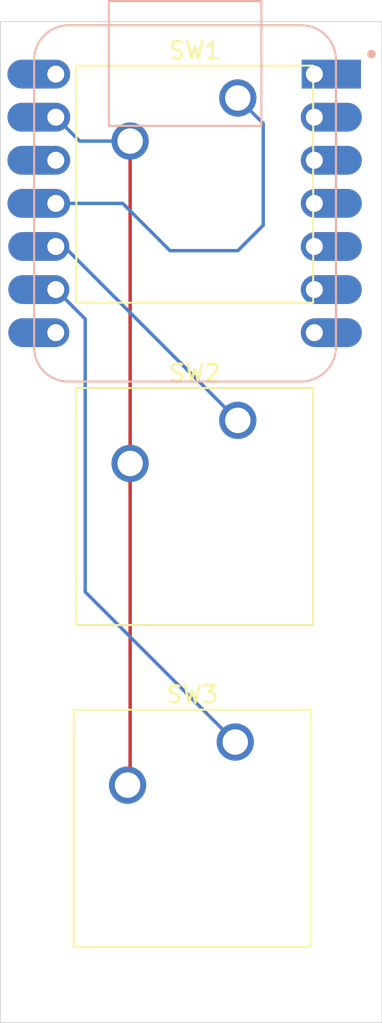
<source format=kicad_pcb>
(kicad_pcb (version 20241229) (generator "pcbnew") (generator_version "9.0")
  (layers (0 "F.Cu" signal) (2 "B.Cu" signal) (13 "F.Paste" user) (15 "B.Paste" user) (5 "F.SilkS" user "F.Silkscreen") (7 "B.SilkS" user "B.Silkscreen") (1 "F.Mask" user) (3 "B.Mask" user) (25 "Edge.Cuts" user))
  (net 0 "")
  (net 1 "GND")
  (net 2 "Net-(U1-PA6_A10_D10_MOSI)")
  (net 3 "Net-(U1-PA5_A9_D9_MISO)")
  (net 4 "Net-(U1-PA7_A8_D8_SCK)")
  (net 10 "unconnected-(U1-PA4_A1_D1-Pad2)")
  (net 12 "unconnected-(U1-PA9_A5_D5_SCL-Pad6)")
  (footprint "Button_Switch_Keyboard:SW_Cherry_MX_1.00u_Plate" (layer "F.Cu") (at 161 49)
    (property "Reference" "SW2" (at -2.54 -2.794 0) (layer "F.SilkS"))
    (property "Value" "SW_Push")
    (fp_line (start -9.525 -1.905) (end 4.445 -1.905) (stroke (width 0.12)) (layer "F.SilkS"))
    (fp_line (start -9.525 12.065) (end -9.525 -1.905) (stroke (width 0.12)) (layer "F.SilkS"))
    (fp_line (start 4.445 -1.905) (end 4.445 12.065) (stroke (width 0.12)) (layer "F.SilkS"))
    (fp_line (start 4.445 12.065) (end -9.525 12.065) (stroke (width 0.12)) (layer "F.SilkS"))
    (pad "" np_thru_hole circle (at -2.54 5.08) (size 4 4) (drill 4) (layers "*.Cu" "*.Mask"))
    (pad "1" thru_hole circle (at 0 0) (size 2.2 2.2) (drill 1.5) (layers "*.Cu" "*.Mask") (net 3 "Net-(U1-PA5_A9_D9_MISO)"))
    (pad "2" thru_hole circle (at -6.35 2.54) (size 2.2 2.2) (drill 1.5) (layers "*.Cu" "*.Mask") (net 1 "GND"))
  )
  (footprint "Button_Switch_Keyboard:SW_Cherry_MX_1.00u_Plate" (layer "F.Cu") (at 161 30)
    (property "Reference" "SW1" (at -2.54 -2.794 0) (layer "F.SilkS"))
    (property "Value" "SW_Push")
    (fp_line (start -9.525 -1.905) (end 4.445 -1.905) (stroke (width 0.12)) (layer "F.SilkS"))
    (fp_line (start -9.525 12.065) (end -9.525 -1.905) (stroke (width 0.12)) (layer "F.SilkS"))
    (fp_line (start 4.445 -1.905) (end 4.445 12.065) (stroke (width 0.12)) (layer "F.SilkS"))
    (fp_line (start 4.445 12.065) (end -9.525 12.065) (stroke (width 0.12)) (layer "F.SilkS"))
    (pad "" np_thru_hole circle (at -2.54 5.08) (size 4 4) (drill 4) (layers "*.Cu" "*.Mask"))
    (pad "1" thru_hole circle (at 0 0) (size 2.2 2.2) (drill 1.5) (layers "*.Cu" "*.Mask") (net 2 "Net-(U1-PA6_A10_D10_MOSI)"))
    (pad "2" thru_hole circle (at -6.35 2.54) (size 2.2 2.2) (drill 1.5) (layers "*.Cu" "*.Mask") (net 1 "GND"))
  )
  (footprint "Button_Switch_Keyboard:SW_Cherry_MX_1.00u_Plate" (layer "F.Cu") (at 160.85 67.96)
    (property "Reference" "SW3" (at -2.54 -2.794 0) (layer "F.SilkS"))
    (property "Value" "SW_Push" (hide yes))
    (fp_line (start -9.525 -1.905) (end 4.445 -1.905) (stroke (width 0.12)) (layer "F.SilkS"))
    (fp_line (start -9.525 12.065) (end -9.525 -1.905) (stroke (width 0.12)) (layer "F.SilkS"))
    (fp_line (start 4.445 -1.905) (end 4.445 12.065) (stroke (width 0.12)) (layer "F.SilkS"))
    (fp_line (start 4.445 12.065) (end -9.525 12.065) (stroke (width 0.12)) (layer "F.SilkS"))
    (pad "" np_thru_hole circle (at -2.54 5.08) (size 4 4) (drill 4) (layers "*.Cu" "*.Mask"))
    (pad "1" thru_hole circle (at 0 0) (size 2.2 2.2) (drill 1.5) (layers "*.Cu" "*.Mask") (net 4 "Net-(U1-PA7_A8_D8_SCK)"))
    (pad "2" thru_hole circle (at -6.35 2.54) (size 2.2 2.2) (drill 1.5) (layers "*.Cu" "*.Mask") (net 1 "GND"))
  )
  (footprint "footprints:XIAO-Generic-Hybrid-14P-2.54-21X17.8MM" (layer "B.Cu") (at 157.8895 36.212015 180)
    (property "Reference" "U1" (hide yes))
    (property "Value" "MOUDLE-SEEEDUINO-XIAO" (hide yes))
    (fp_line (start 8.9 -8.5) (end 8.9 8.5) (stroke (width 0.127)) (layer "B.SilkS"))
    (fp_line (start 6.9 10.49909) (end -6.9 10.49909) (stroke (width 0.127)) (layer "B.SilkS"))
    (fp_line (start 4.5 11.92403) (end 4.5 4.57073) (stroke (width 0.127)) (layer "B.SilkS"))
    (fp_line (start 4.5 4.57073) (end -4.5 4.57073) (stroke (width 0.127)) (layer "B.SilkS"))
    (fp_line (start -4.5 11.92403) (end 4.5 11.92403) (stroke (width 0.127)) (layer "B.SilkS"))
    (fp_line (start -4.5 4.57073) (end -4.5 11.92403) (stroke (width 0.127)) (layer "B.SilkS"))
    (fp_line (start -6.9 -10.5) (end 6.9 -10.5) (stroke (width 0.127)) (layer "B.SilkS"))
    (fp_line (start -8.9 8.5) (end -8.9 -8.5) (stroke (width 0.127)) (layer "B.SilkS"))
    (fp_arc (start 8.9 8.5) (mid 8.301492 9.901492) (end 6.9 10.5) (stroke (width 0.12)) (layer "B.SilkS"))
    (fp_arc (start 6.9 -10.5) (mid 8.314214 -9.914214) (end 8.9 -8.5) (stroke (width 0.12)) (layer "B.SilkS"))
    (fp_arc (start -6.9 10.5) (mid -8.301491 9.901491) (end -8.9 8.5) (stroke (width 0.12)) (layer "B.SilkS"))
    (fp_arc (start -8.9 -8.5) (mid -8.301423 -9.901423) (end -6.9 -10.5) (stroke (width 0.12)) (layer "B.SilkS"))
    (fp_circle (center -11 8.8) (end -11 9.054) (fill yes) (layer "B.SilkS"))
    (fp_poly (pts (xy -8.887715 8.561705) (xy -8.884667 8.610473) (xy -8.880603 8.659494)) (stroke (width 0.0254)) (fill no) (layer "B.SilkS"))
    (fp_poly (pts (xy 8.889492 -8.521574) (xy 8.887713 -8.57085) (xy 8.884665 -8.619618) (xy 8.880601 -8.668639) (xy 8.875268 -8.717407) (xy 8.868664 -8.766175) (xy 8.861044 -8.81469) (xy 8.852153 -8.86295) (xy 8.842248 -8.910955)) (stroke (width 0.0254)) (fill no) (layer "B.SilkS"))
    (pad "1" thru_hole rect (at -7.625 7.62 180) (size 3.5 1.7) (drill 1 (offset -1 0)) (layers "*.Cu" "*.Mask"))
    (pad "2" thru_hole oval (at -7.625 5.08 180) (size 3.6 1.7) (drill 1 (offset -1 0)) (layers "*.Cu" "*.Mask") (net 10 "unconnected-(U1-PA4_A1_D1-Pad2)"))
    (pad "3" thru_hole oval (at -7.625 2.54 180) (size 3.6 1.7) (drill 1 (offset -1 0)) (layers "*.Cu" "*.Mask"))
    (pad "4" thru_hole oval (at -7.625 0 180) (size 3.6 1.7) (drill 1 (offset -1 0)) (layers "*.Cu" "*.Mask"))
    (pad "5" thru_hole oval (at -7.625 -2.54 180) (size 3.6 1.7) (drill 1 (offset -1 0)) (layers "*.Cu" "*.Mask"))
    (pad "6" thru_hole oval (at -7.625 -5.08) (size 3.6 1.7) (drill 1 (offset 1 0)) (layers "*.Cu" "*.Mask") (net 12 "unconnected-(U1-PA9_A5_D5_SCL-Pad6)"))
    (pad "7" thru_hole oval (at -7.625 -7.62 180) (size 3.6 1.7) (drill 1 (offset -1 0)) (layers "*.Cu" "*.Mask"))
    (pad "8" thru_hole oval (at 7.625 -7.62 180) (size 3.6 1.7) (drill 1 (offset 1 0)) (layers "*.Cu" "*.Mask"))
    (pad "9" thru_hole oval (at 7.625 -5.08 180) (size 3.6 1.7) (drill 1 (offset 1 0)) (layers "*.Cu" "*.Mask") (net 4 "Net-(U1-PA7_A8_D8_SCK)"))
    (pad "10" thru_hole oval (at 7.625 -2.54 180) (size 3.6 1.7) (drill 1 (offset 1 0)) (layers "*.Cu" "*.Mask") (net 3 "Net-(U1-PA5_A9_D9_MISO)"))
    (pad "11" thru_hole oval (at 7.625 0 180) (size 3.7 1.7) (drill 1 (offset 1 0)) (layers "*.Cu" "*.Mask") (net 2 "Net-(U1-PA6_A10_D10_MOSI)"))
    (pad "12" thru_hole oval (at 7.625 2.54 180) (size 3.7 1.7) (drill 1 (offset 1 0)) (layers "*.Cu" "*.Mask"))
    (pad "13" thru_hole oval (at 7.625 5.08 180) (size 3.7 1.7) (drill 1 (offset 1 0)) (layers "*.Cu" "*.Mask") (net 1 "GND"))
    (pad "14" thru_hole oval (at 7.625 7.62 180) (size 3.7 1.7) (drill 1 (offset 1 0)) (layers "*.Cu" "*.Mask"))
  )
  (gr_rect (start 147 25.5) (end 169.5 84.5) (stroke (width 0.05)) (fill no) (layer "Edge.Cuts"))
  (segment (start 154.65 70.35) (end 154.5 70.5) (width 0.2) (layer "F.Cu") (net 1))
  (segment (start 154.65 51.54) (end 154.65 70.35) (width 0.2) (layer "F.Cu") (net 1))
  (segment (start 154.65 32.54) (end 154.65 51.54) (width 0.2) (layer "F.Cu") (net 1))
  (segment (start 154.65 32.54) (end 151.672485 32.54) (width 0.2) (layer "B.Cu") (net 1))
  (segment (start 151.672485 32.54) (end 150.2645 31.132015) (width 0.2) (layer "B.Cu") (net 1))
  (segment (start 162.5 31.5) (end 161 30) (width 0.2) (layer "B.Cu") (net 2))
  (segment (start 162.5 37.5) (end 162.5 31.5) (width 0.2) (layer "B.Cu") (net 2))
  (segment (start 161 30) (end 160 30) (width 0.2) (layer "B.Cu") (net 2))
  (segment (start 161 39) (end 162.5 37.5) (width 0.2) (layer "B.Cu") (net 2))
  (segment (start 150.2645 36.212015) (end 154.212015 36.212015) (width 0.2) (layer "B.Cu") (net 2))
  (segment (start 157 39) (end 161 39) (width 0.2) (layer "B.Cu") (net 2))
  (segment (start 154.212015 36.212015) (end 157 39) (width 0.2) (layer "B.Cu") (net 2))
  (segment (start 161 49) (end 150.752015 38.752015) (width 0.2) (layer "B.Cu") (net 3))
  (segment (start 150.752015 38.752015) (end 150.2645 38.752015) (width 0.2) (layer "B.Cu") (net 3))
  (segment (start 160.85 67.96) (end 152 59.11) (width 0.2) (layer "B.Cu") (net 4))
  (segment (start 152 43.027515) (end 150.2645 41.292015) (width 0.2) (layer "B.Cu") (net 4))
  (segment (start 152 59.11) (end 152 43.027515) (width 0.2) (layer "B.Cu") (net 4))
  (segment (start 165.5145 31.0145) (end 165.5145 31.132015) (width 0.2) (layer "F.Cu") (net 10))
  (segment (start 165.5145 41.4855) (end 165.5145 41.292015) (width 0.2) (layer "F.Cu") (net 12))
)
</source>
